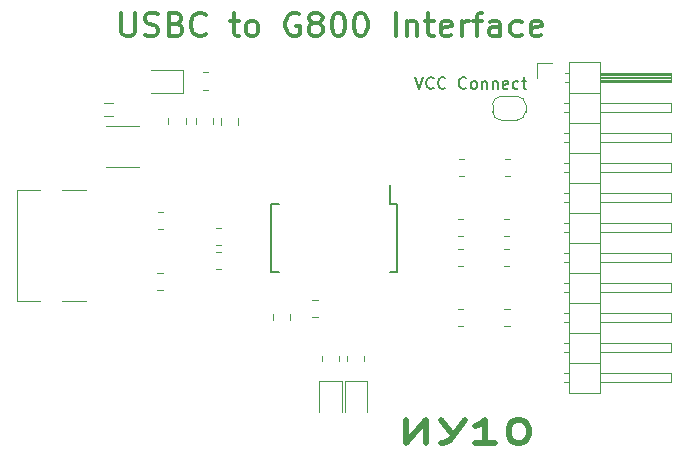
<source format=gbr>
%TF.GenerationSoftware,KiCad,Pcbnew,(5.1.10)-1*%
%TF.CreationDate,2021-09-17T22:01:12+03:00*%
%TF.ProjectId,G800Interface,47383030-496e-4746-9572-666163652e6b,rev?*%
%TF.SameCoordinates,Original*%
%TF.FileFunction,Legend,Top*%
%TF.FilePolarity,Positive*%
%FSLAX46Y46*%
G04 Gerber Fmt 4.6, Leading zero omitted, Abs format (unit mm)*
G04 Created by KiCad (PCBNEW (5.1.10)-1) date 2021-09-17 22:01:12*
%MOMM*%
%LPD*%
G01*
G04 APERTURE LIST*
%ADD10C,0.150000*%
%ADD11C,0.500000*%
%ADD12C,0.300000*%
%ADD13C,0.120000*%
G04 APERTURE END LIST*
D10*
X113558690Y-72652380D02*
X113892023Y-73652380D01*
X114225357Y-72652380D01*
X115130119Y-73557142D02*
X115082499Y-73604761D01*
X114939642Y-73652380D01*
X114844404Y-73652380D01*
X114701547Y-73604761D01*
X114606309Y-73509523D01*
X114558690Y-73414285D01*
X114511071Y-73223809D01*
X114511071Y-73080952D01*
X114558690Y-72890476D01*
X114606309Y-72795238D01*
X114701547Y-72700000D01*
X114844404Y-72652380D01*
X114939642Y-72652380D01*
X115082499Y-72700000D01*
X115130119Y-72747619D01*
X116130119Y-73557142D02*
X116082499Y-73604761D01*
X115939642Y-73652380D01*
X115844404Y-73652380D01*
X115701547Y-73604761D01*
X115606309Y-73509523D01*
X115558690Y-73414285D01*
X115511071Y-73223809D01*
X115511071Y-73080952D01*
X115558690Y-72890476D01*
X115606309Y-72795238D01*
X115701547Y-72700000D01*
X115844404Y-72652380D01*
X115939642Y-72652380D01*
X116082499Y-72700000D01*
X116130119Y-72747619D01*
X117892023Y-73557142D02*
X117844404Y-73604761D01*
X117701547Y-73652380D01*
X117606309Y-73652380D01*
X117463452Y-73604761D01*
X117368214Y-73509523D01*
X117320595Y-73414285D01*
X117272976Y-73223809D01*
X117272976Y-73080952D01*
X117320595Y-72890476D01*
X117368214Y-72795238D01*
X117463452Y-72700000D01*
X117606309Y-72652380D01*
X117701547Y-72652380D01*
X117844404Y-72700000D01*
X117892023Y-72747619D01*
X118463452Y-73652380D02*
X118368214Y-73604761D01*
X118320595Y-73557142D01*
X118272976Y-73461904D01*
X118272976Y-73176190D01*
X118320595Y-73080952D01*
X118368214Y-73033333D01*
X118463452Y-72985714D01*
X118606309Y-72985714D01*
X118701547Y-73033333D01*
X118749166Y-73080952D01*
X118796785Y-73176190D01*
X118796785Y-73461904D01*
X118749166Y-73557142D01*
X118701547Y-73604761D01*
X118606309Y-73652380D01*
X118463452Y-73652380D01*
X119225357Y-72985714D02*
X119225357Y-73652380D01*
X119225357Y-73080952D02*
X119272976Y-73033333D01*
X119368214Y-72985714D01*
X119511071Y-72985714D01*
X119606309Y-73033333D01*
X119653928Y-73128571D01*
X119653928Y-73652380D01*
X120130119Y-72985714D02*
X120130119Y-73652380D01*
X120130119Y-73080952D02*
X120177738Y-73033333D01*
X120272976Y-72985714D01*
X120415833Y-72985714D01*
X120511071Y-73033333D01*
X120558690Y-73128571D01*
X120558690Y-73652380D01*
X121415833Y-73604761D02*
X121320595Y-73652380D01*
X121130119Y-73652380D01*
X121034880Y-73604761D01*
X120987261Y-73509523D01*
X120987261Y-73128571D01*
X121034880Y-73033333D01*
X121130119Y-72985714D01*
X121320595Y-72985714D01*
X121415833Y-73033333D01*
X121463452Y-73128571D01*
X121463452Y-73223809D01*
X120987261Y-73319047D01*
X122320595Y-73604761D02*
X122225357Y-73652380D01*
X122034880Y-73652380D01*
X121939642Y-73604761D01*
X121892023Y-73557142D01*
X121844404Y-73461904D01*
X121844404Y-73176190D01*
X121892023Y-73080952D01*
X121939642Y-73033333D01*
X122034880Y-72985714D01*
X122225357Y-72985714D01*
X122320595Y-73033333D01*
X122606309Y-72985714D02*
X122987261Y-72985714D01*
X122749166Y-72652380D02*
X122749166Y-73509523D01*
X122796785Y-73604761D01*
X122892023Y-73652380D01*
X122987261Y-73652380D01*
D11*
X112767142Y-101634761D02*
X112767142Y-103634761D01*
X114481428Y-101634761D01*
X114481428Y-103634761D01*
X115767142Y-101634761D02*
X116767142Y-102968095D01*
X117767142Y-101634761D02*
X116481428Y-103349047D01*
X116195714Y-103539523D01*
X115910000Y-103634761D01*
X115767142Y-103634761D01*
X120338571Y-103634761D02*
X118624285Y-103634761D01*
X119481428Y-103634761D02*
X119481428Y-101634761D01*
X119195714Y-101920476D01*
X118910000Y-102110952D01*
X118624285Y-102206190D01*
X122195714Y-101634761D02*
X122481428Y-101634761D01*
X122767142Y-101730000D01*
X122910000Y-101825238D01*
X123052857Y-102015714D01*
X123195714Y-102396666D01*
X123195714Y-102872857D01*
X123052857Y-103253809D01*
X122910000Y-103444285D01*
X122767142Y-103539523D01*
X122481428Y-103634761D01*
X122195714Y-103634761D01*
X121910000Y-103539523D01*
X121767142Y-103444285D01*
X121624285Y-103253809D01*
X121481428Y-102872857D01*
X121481428Y-102396666D01*
X121624285Y-102015714D01*
X121767142Y-101825238D01*
X121910000Y-101730000D01*
X122195714Y-101634761D01*
D12*
X88688095Y-67184761D02*
X88688095Y-68803809D01*
X88783333Y-68994285D01*
X88878571Y-69089523D01*
X89069047Y-69184761D01*
X89450000Y-69184761D01*
X89640476Y-69089523D01*
X89735714Y-68994285D01*
X89830952Y-68803809D01*
X89830952Y-67184761D01*
X90688095Y-69089523D02*
X90973809Y-69184761D01*
X91450000Y-69184761D01*
X91640476Y-69089523D01*
X91735714Y-68994285D01*
X91830952Y-68803809D01*
X91830952Y-68613333D01*
X91735714Y-68422857D01*
X91640476Y-68327619D01*
X91450000Y-68232380D01*
X91069047Y-68137142D01*
X90878571Y-68041904D01*
X90783333Y-67946666D01*
X90688095Y-67756190D01*
X90688095Y-67565714D01*
X90783333Y-67375238D01*
X90878571Y-67280000D01*
X91069047Y-67184761D01*
X91545238Y-67184761D01*
X91830952Y-67280000D01*
X93354761Y-68137142D02*
X93640476Y-68232380D01*
X93735714Y-68327619D01*
X93830952Y-68518095D01*
X93830952Y-68803809D01*
X93735714Y-68994285D01*
X93640476Y-69089523D01*
X93450000Y-69184761D01*
X92688095Y-69184761D01*
X92688095Y-67184761D01*
X93354761Y-67184761D01*
X93545238Y-67280000D01*
X93640476Y-67375238D01*
X93735714Y-67565714D01*
X93735714Y-67756190D01*
X93640476Y-67946666D01*
X93545238Y-68041904D01*
X93354761Y-68137142D01*
X92688095Y-68137142D01*
X95830952Y-68994285D02*
X95735714Y-69089523D01*
X95450000Y-69184761D01*
X95259523Y-69184761D01*
X94973809Y-69089523D01*
X94783333Y-68899047D01*
X94688095Y-68708571D01*
X94592857Y-68327619D01*
X94592857Y-68041904D01*
X94688095Y-67660952D01*
X94783333Y-67470476D01*
X94973809Y-67280000D01*
X95259523Y-67184761D01*
X95450000Y-67184761D01*
X95735714Y-67280000D01*
X95830952Y-67375238D01*
X97926190Y-67851428D02*
X98688095Y-67851428D01*
X98211904Y-67184761D02*
X98211904Y-68899047D01*
X98307142Y-69089523D01*
X98497619Y-69184761D01*
X98688095Y-69184761D01*
X99640476Y-69184761D02*
X99450000Y-69089523D01*
X99354761Y-68994285D01*
X99259523Y-68803809D01*
X99259523Y-68232380D01*
X99354761Y-68041904D01*
X99450000Y-67946666D01*
X99640476Y-67851428D01*
X99926190Y-67851428D01*
X100116666Y-67946666D01*
X100211904Y-68041904D01*
X100307142Y-68232380D01*
X100307142Y-68803809D01*
X100211904Y-68994285D01*
X100116666Y-69089523D01*
X99926190Y-69184761D01*
X99640476Y-69184761D01*
X103735714Y-67280000D02*
X103545238Y-67184761D01*
X103259523Y-67184761D01*
X102973809Y-67280000D01*
X102783333Y-67470476D01*
X102688095Y-67660952D01*
X102592857Y-68041904D01*
X102592857Y-68327619D01*
X102688095Y-68708571D01*
X102783333Y-68899047D01*
X102973809Y-69089523D01*
X103259523Y-69184761D01*
X103450000Y-69184761D01*
X103735714Y-69089523D01*
X103830952Y-68994285D01*
X103830952Y-68327619D01*
X103450000Y-68327619D01*
X104973809Y-68041904D02*
X104783333Y-67946666D01*
X104688095Y-67851428D01*
X104592857Y-67660952D01*
X104592857Y-67565714D01*
X104688095Y-67375238D01*
X104783333Y-67280000D01*
X104973809Y-67184761D01*
X105354761Y-67184761D01*
X105545238Y-67280000D01*
X105640476Y-67375238D01*
X105735714Y-67565714D01*
X105735714Y-67660952D01*
X105640476Y-67851428D01*
X105545238Y-67946666D01*
X105354761Y-68041904D01*
X104973809Y-68041904D01*
X104783333Y-68137142D01*
X104688095Y-68232380D01*
X104592857Y-68422857D01*
X104592857Y-68803809D01*
X104688095Y-68994285D01*
X104783333Y-69089523D01*
X104973809Y-69184761D01*
X105354761Y-69184761D01*
X105545238Y-69089523D01*
X105640476Y-68994285D01*
X105735714Y-68803809D01*
X105735714Y-68422857D01*
X105640476Y-68232380D01*
X105545238Y-68137142D01*
X105354761Y-68041904D01*
X106973809Y-67184761D02*
X107164285Y-67184761D01*
X107354761Y-67280000D01*
X107450000Y-67375238D01*
X107545238Y-67565714D01*
X107640476Y-67946666D01*
X107640476Y-68422857D01*
X107545238Y-68803809D01*
X107450000Y-68994285D01*
X107354761Y-69089523D01*
X107164285Y-69184761D01*
X106973809Y-69184761D01*
X106783333Y-69089523D01*
X106688095Y-68994285D01*
X106592857Y-68803809D01*
X106497619Y-68422857D01*
X106497619Y-67946666D01*
X106592857Y-67565714D01*
X106688095Y-67375238D01*
X106783333Y-67280000D01*
X106973809Y-67184761D01*
X108878571Y-67184761D02*
X109069047Y-67184761D01*
X109259523Y-67280000D01*
X109354761Y-67375238D01*
X109450000Y-67565714D01*
X109545238Y-67946666D01*
X109545238Y-68422857D01*
X109450000Y-68803809D01*
X109354761Y-68994285D01*
X109259523Y-69089523D01*
X109069047Y-69184761D01*
X108878571Y-69184761D01*
X108688095Y-69089523D01*
X108592857Y-68994285D01*
X108497619Y-68803809D01*
X108402380Y-68422857D01*
X108402380Y-67946666D01*
X108497619Y-67565714D01*
X108592857Y-67375238D01*
X108688095Y-67280000D01*
X108878571Y-67184761D01*
X111926190Y-69184761D02*
X111926190Y-67184761D01*
X112878571Y-67851428D02*
X112878571Y-69184761D01*
X112878571Y-68041904D02*
X112973809Y-67946666D01*
X113164285Y-67851428D01*
X113450000Y-67851428D01*
X113640476Y-67946666D01*
X113735714Y-68137142D01*
X113735714Y-69184761D01*
X114402380Y-67851428D02*
X115164285Y-67851428D01*
X114688095Y-67184761D02*
X114688095Y-68899047D01*
X114783333Y-69089523D01*
X114973809Y-69184761D01*
X115164285Y-69184761D01*
X116592857Y-69089523D02*
X116402380Y-69184761D01*
X116021428Y-69184761D01*
X115830952Y-69089523D01*
X115735714Y-68899047D01*
X115735714Y-68137142D01*
X115830952Y-67946666D01*
X116021428Y-67851428D01*
X116402380Y-67851428D01*
X116592857Y-67946666D01*
X116688095Y-68137142D01*
X116688095Y-68327619D01*
X115735714Y-68518095D01*
X117545238Y-69184761D02*
X117545238Y-67851428D01*
X117545238Y-68232380D02*
X117640476Y-68041904D01*
X117735714Y-67946666D01*
X117926190Y-67851428D01*
X118116666Y-67851428D01*
X118497619Y-67851428D02*
X119259523Y-67851428D01*
X118783333Y-69184761D02*
X118783333Y-67470476D01*
X118878571Y-67280000D01*
X119069047Y-67184761D01*
X119259523Y-67184761D01*
X120783333Y-69184761D02*
X120783333Y-68137142D01*
X120688095Y-67946666D01*
X120497619Y-67851428D01*
X120116666Y-67851428D01*
X119926190Y-67946666D01*
X120783333Y-69089523D02*
X120592857Y-69184761D01*
X120116666Y-69184761D01*
X119926190Y-69089523D01*
X119830952Y-68899047D01*
X119830952Y-68708571D01*
X119926190Y-68518095D01*
X120116666Y-68422857D01*
X120592857Y-68422857D01*
X120783333Y-68327619D01*
X122592857Y-69089523D02*
X122402380Y-69184761D01*
X122021428Y-69184761D01*
X121830952Y-69089523D01*
X121735714Y-68994285D01*
X121640476Y-68803809D01*
X121640476Y-68232380D01*
X121735714Y-68041904D01*
X121830952Y-67946666D01*
X122021428Y-67851428D01*
X122402380Y-67851428D01*
X122592857Y-67946666D01*
X124211904Y-69089523D02*
X124021428Y-69184761D01*
X123640476Y-69184761D01*
X123450000Y-69089523D01*
X123354761Y-68899047D01*
X123354761Y-68137142D01*
X123450000Y-67946666D01*
X123640476Y-67851428D01*
X124021428Y-67851428D01*
X124211904Y-67946666D01*
X124307142Y-68137142D01*
X124307142Y-68327619D01*
X123354761Y-68518095D01*
D13*
%TO.C,C5*%
X105341252Y-91485000D02*
X104818748Y-91485000D01*
X105341252Y-92955000D02*
X104818748Y-92955000D01*
D10*
%TO.C,U1*%
X112050600Y-83379200D02*
X111475600Y-83379200D01*
X112050600Y-89129200D02*
X111400600Y-89129200D01*
X101400600Y-89129200D02*
X102050600Y-89129200D01*
X101400600Y-83379200D02*
X102050600Y-83379200D01*
X112050600Y-83379200D02*
X112050600Y-89129200D01*
X101400600Y-83379200D02*
X101400600Y-89129200D01*
X111475600Y-83379200D02*
X111475600Y-81779200D01*
D13*
%TO.C,R15*%
X105665000Y-96689564D02*
X105665000Y-96235436D01*
X107135000Y-96689564D02*
X107135000Y-96235436D01*
%TO.C,R14*%
X107775000Y-96679564D02*
X107775000Y-96225436D01*
X109245000Y-96679564D02*
X109245000Y-96225436D01*
%TO.C,R13*%
X95615436Y-72234200D02*
X96069564Y-72234200D01*
X95615436Y-73704200D02*
X96069564Y-73704200D01*
%TO.C,R12*%
X121599564Y-81025000D02*
X121145436Y-81025000D01*
X121599564Y-79555000D02*
X121145436Y-79555000D01*
%TO.C,R11*%
X121569564Y-93735000D02*
X121115436Y-93735000D01*
X121569564Y-92265000D02*
X121115436Y-92265000D01*
%TO.C,R10*%
X121557064Y-88655000D02*
X121102936Y-88655000D01*
X121557064Y-87185000D02*
X121102936Y-87185000D01*
%TO.C,R9*%
X121539564Y-86125000D02*
X121085436Y-86125000D01*
X121539564Y-84655000D02*
X121085436Y-84655000D01*
%TO.C,R8*%
X97126164Y-88923800D02*
X96672036Y-88923800D01*
X97126164Y-87453800D02*
X96672036Y-87453800D01*
%TO.C,R7*%
X92227064Y-85535000D02*
X91772936Y-85535000D01*
X92227064Y-84065000D02*
X91772936Y-84065000D01*
%TO.C,R6*%
X92197064Y-90675000D02*
X91742936Y-90675000D01*
X92197064Y-89205000D02*
X91742936Y-89205000D01*
%TO.C,R5*%
X97126164Y-86891800D02*
X96672036Y-86891800D01*
X97126164Y-85421800D02*
X96672036Y-85421800D01*
%TO.C,R4*%
X117714564Y-81045000D02*
X117260436Y-81045000D01*
X117714564Y-79575000D02*
X117260436Y-79575000D01*
%TO.C,R3*%
X117614564Y-93745000D02*
X117160436Y-93745000D01*
X117614564Y-92275000D02*
X117160436Y-92275000D01*
%TO.C,R2*%
X117624564Y-88655000D02*
X117170436Y-88655000D01*
X117624564Y-87185000D02*
X117170436Y-87185000D01*
%TO.C,R1*%
X117624564Y-86135000D02*
X117170436Y-86135000D01*
X117624564Y-84665000D02*
X117170436Y-84665000D01*
%TO.C,JP1*%
X120120000Y-75570000D02*
X120120000Y-74970000D01*
X122220000Y-76270000D02*
X120820000Y-76270000D01*
X122920000Y-74970000D02*
X122920000Y-75570000D01*
X120820000Y-74270000D02*
X122220000Y-74270000D01*
X120120000Y-74970000D02*
G75*
G02*
X120820000Y-74270000I700000J0D01*
G01*
X120820000Y-76270000D02*
G75*
G02*
X120120000Y-75570000I0J700000D01*
G01*
X122920000Y-75570000D02*
G75*
G02*
X122220000Y-76270000I-700000J0D01*
G01*
X122220000Y-74270000D02*
G75*
G02*
X122920000Y-74970000I0J-700000D01*
G01*
%TO.C,J2*%
X81769200Y-82193400D02*
X79869200Y-82193400D01*
X85669200Y-82193400D02*
X83669200Y-82193400D01*
X81769200Y-91593400D02*
X79869200Y-91593400D01*
X85669200Y-91593400D02*
X83669200Y-91593400D01*
X79869200Y-82193400D02*
X79869200Y-91593400D01*
%TO.C,J1*%
X126588800Y-71363000D02*
X126588800Y-99423000D01*
X126588800Y-99423000D02*
X129248800Y-99423000D01*
X129248800Y-99423000D02*
X129248800Y-71363000D01*
X129248800Y-71363000D02*
X126588800Y-71363000D01*
X129248800Y-72313000D02*
X135248800Y-72313000D01*
X135248800Y-72313000D02*
X135248800Y-73073000D01*
X135248800Y-73073000D02*
X129248800Y-73073000D01*
X129248800Y-72373000D02*
X135248800Y-72373000D01*
X129248800Y-72493000D02*
X135248800Y-72493000D01*
X129248800Y-72613000D02*
X135248800Y-72613000D01*
X129248800Y-72733000D02*
X135248800Y-72733000D01*
X129248800Y-72853000D02*
X135248800Y-72853000D01*
X129248800Y-72973000D02*
X135248800Y-72973000D01*
X126258800Y-72313000D02*
X126588800Y-72313000D01*
X126258800Y-73073000D02*
X126588800Y-73073000D01*
X126588800Y-73963000D02*
X129248800Y-73963000D01*
X129248800Y-74853000D02*
X135248800Y-74853000D01*
X135248800Y-74853000D02*
X135248800Y-75613000D01*
X135248800Y-75613000D02*
X129248800Y-75613000D01*
X126191729Y-74853000D02*
X126588800Y-74853000D01*
X126191729Y-75613000D02*
X126588800Y-75613000D01*
X126588800Y-76503000D02*
X129248800Y-76503000D01*
X129248800Y-77393000D02*
X135248800Y-77393000D01*
X135248800Y-77393000D02*
X135248800Y-78153000D01*
X135248800Y-78153000D02*
X129248800Y-78153000D01*
X126191729Y-77393000D02*
X126588800Y-77393000D01*
X126191729Y-78153000D02*
X126588800Y-78153000D01*
X126588800Y-79043000D02*
X129248800Y-79043000D01*
X129248800Y-79933000D02*
X135248800Y-79933000D01*
X135248800Y-79933000D02*
X135248800Y-80693000D01*
X135248800Y-80693000D02*
X129248800Y-80693000D01*
X126191729Y-79933000D02*
X126588800Y-79933000D01*
X126191729Y-80693000D02*
X126588800Y-80693000D01*
X126588800Y-81583000D02*
X129248800Y-81583000D01*
X129248800Y-82473000D02*
X135248800Y-82473000D01*
X135248800Y-82473000D02*
X135248800Y-83233000D01*
X135248800Y-83233000D02*
X129248800Y-83233000D01*
X126191729Y-82473000D02*
X126588800Y-82473000D01*
X126191729Y-83233000D02*
X126588800Y-83233000D01*
X126588800Y-84123000D02*
X129248800Y-84123000D01*
X129248800Y-85013000D02*
X135248800Y-85013000D01*
X135248800Y-85013000D02*
X135248800Y-85773000D01*
X135248800Y-85773000D02*
X129248800Y-85773000D01*
X126191729Y-85013000D02*
X126588800Y-85013000D01*
X126191729Y-85773000D02*
X126588800Y-85773000D01*
X126588800Y-86663000D02*
X129248800Y-86663000D01*
X129248800Y-87553000D02*
X135248800Y-87553000D01*
X135248800Y-87553000D02*
X135248800Y-88313000D01*
X135248800Y-88313000D02*
X129248800Y-88313000D01*
X126191729Y-87553000D02*
X126588800Y-87553000D01*
X126191729Y-88313000D02*
X126588800Y-88313000D01*
X126588800Y-89203000D02*
X129248800Y-89203000D01*
X129248800Y-90093000D02*
X135248800Y-90093000D01*
X135248800Y-90093000D02*
X135248800Y-90853000D01*
X135248800Y-90853000D02*
X129248800Y-90853000D01*
X126191729Y-90093000D02*
X126588800Y-90093000D01*
X126191729Y-90853000D02*
X126588800Y-90853000D01*
X126588800Y-91743000D02*
X129248800Y-91743000D01*
X129248800Y-92633000D02*
X135248800Y-92633000D01*
X135248800Y-92633000D02*
X135248800Y-93393000D01*
X135248800Y-93393000D02*
X129248800Y-93393000D01*
X126191729Y-92633000D02*
X126588800Y-92633000D01*
X126191729Y-93393000D02*
X126588800Y-93393000D01*
X126588800Y-94283000D02*
X129248800Y-94283000D01*
X129248800Y-95173000D02*
X135248800Y-95173000D01*
X135248800Y-95173000D02*
X135248800Y-95933000D01*
X135248800Y-95933000D02*
X129248800Y-95933000D01*
X126191729Y-95173000D02*
X126588800Y-95173000D01*
X126191729Y-95933000D02*
X126588800Y-95933000D01*
X126588800Y-96823000D02*
X129248800Y-96823000D01*
X129248800Y-97713000D02*
X135248800Y-97713000D01*
X135248800Y-97713000D02*
X135248800Y-98473000D01*
X135248800Y-98473000D02*
X129248800Y-98473000D01*
X126191729Y-97713000D02*
X126588800Y-97713000D01*
X126191729Y-98473000D02*
X126588800Y-98473000D01*
X123878800Y-72693000D02*
X123878800Y-71423000D01*
X123878800Y-71423000D02*
X125148800Y-71423000D01*
%TO.C,FB1*%
X88014422Y-75967600D02*
X87215178Y-75967600D01*
X88014422Y-74847600D02*
X87215178Y-74847600D01*
%TO.C,F1*%
X87422348Y-76821800D02*
X90194852Y-76821800D01*
X87422348Y-80241800D02*
X90194852Y-80241800D01*
%TO.C,D3*%
X107380000Y-101017500D02*
X107380000Y-98332500D01*
X107380000Y-98332500D02*
X105460000Y-98332500D01*
X105460000Y-98332500D02*
X105460000Y-101017500D01*
%TO.C,D2*%
X109510000Y-101020000D02*
X109510000Y-98335000D01*
X109510000Y-98335000D02*
X107590000Y-98335000D01*
X107590000Y-98335000D02*
X107590000Y-101020000D01*
%TO.C,D1*%
X91235300Y-73980000D02*
X93920300Y-73980000D01*
X93920300Y-73980000D02*
X93920300Y-72060000D01*
X93920300Y-72060000D02*
X91235300Y-72060000D01*
%TO.C,C4*%
X102995000Y-92688748D02*
X102995000Y-93211252D01*
X101525000Y-92688748D02*
X101525000Y-93211252D01*
%TO.C,C3*%
X96452400Y-76111548D02*
X96452400Y-76634052D01*
X94982400Y-76111548D02*
X94982400Y-76634052D01*
%TO.C,C2*%
X98611400Y-76136948D02*
X98611400Y-76659452D01*
X97141400Y-76136948D02*
X97141400Y-76659452D01*
%TO.C,C1*%
X94141000Y-76075948D02*
X94141000Y-76598452D01*
X92671000Y-76075948D02*
X92671000Y-76598452D01*
%TD*%
M02*

</source>
